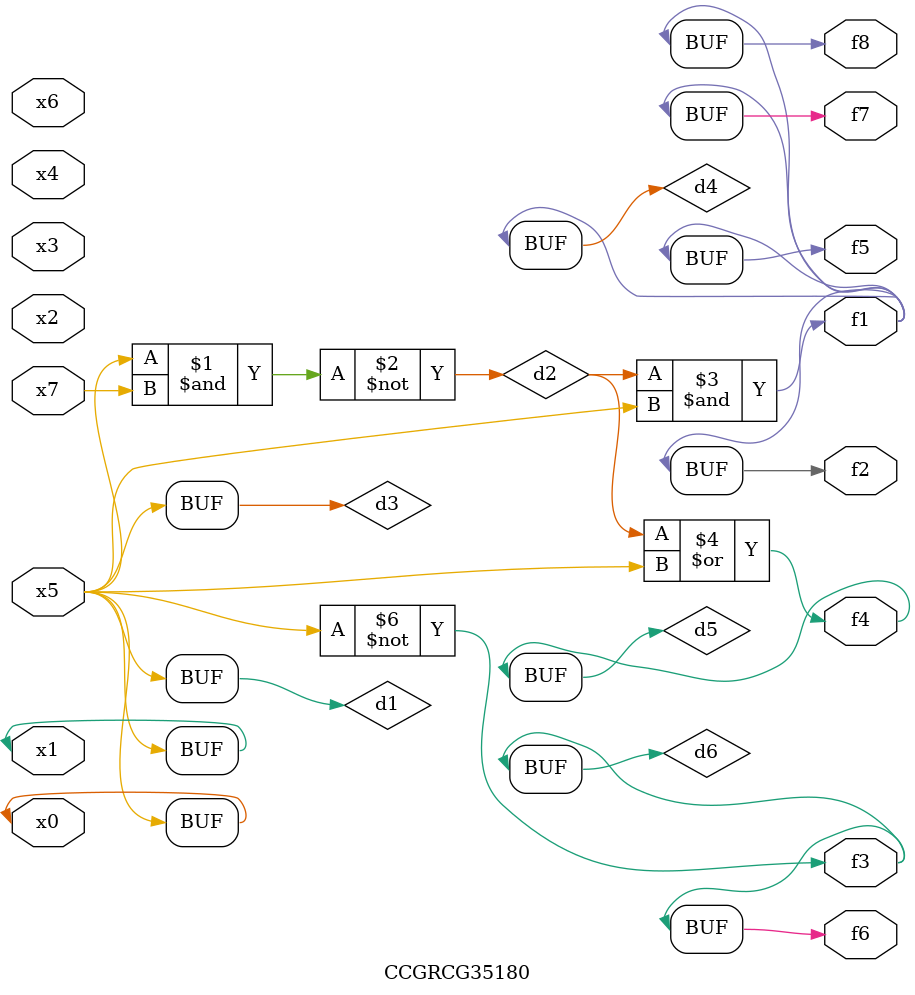
<source format=v>
module CCGRCG35180(
	input x0, x1, x2, x3, x4, x5, x6, x7,
	output f1, f2, f3, f4, f5, f6, f7, f8
);

	wire d1, d2, d3, d4, d5, d6;

	buf (d1, x0, x5);
	nand (d2, x5, x7);
	buf (d3, x0, x1);
	and (d4, d2, d3);
	or (d5, d2, d3);
	nor (d6, d1, d3);
	assign f1 = d4;
	assign f2 = d4;
	assign f3 = d6;
	assign f4 = d5;
	assign f5 = d4;
	assign f6 = d6;
	assign f7 = d4;
	assign f8 = d4;
endmodule

</source>
